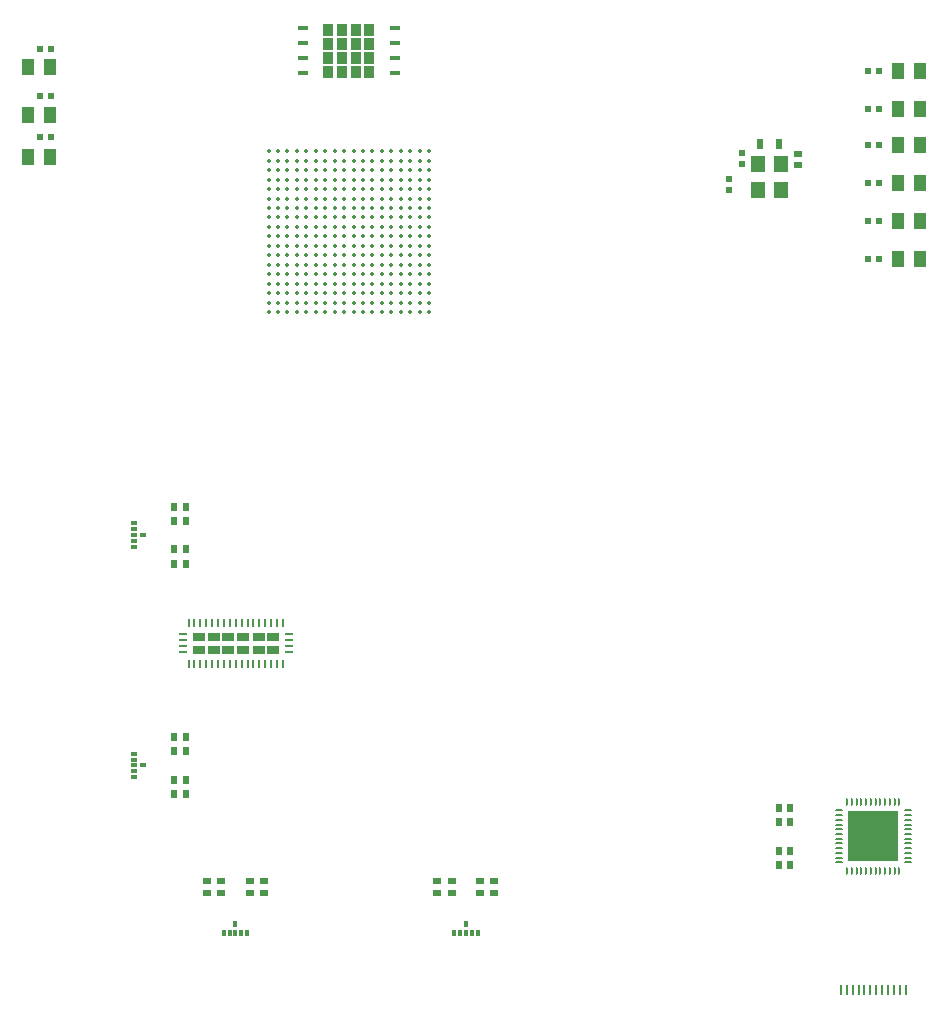
<source format=gtp>
G04 Layer_Color=8421504*
%FSLAX25Y25*%
%MOIN*%
G70*
G01*
G75*
%ADD10R,0.02520X0.02362*%
%ADD11R,0.02362X0.02520*%
%ADD12R,0.03937X0.05512*%
%ADD15R,0.01142X0.03543*%
%ADD16R,0.02284X0.03701*%
%ADD17R,0.02165X0.01968*%
%ADD18R,0.01968X0.02165*%
%ADD19R,0.04724X0.05512*%
%ADD20R,0.03543X0.01575*%
%ADD22C,0.01378*%
%ADD24R,0.02165X0.01575*%
%ADD25R,0.02165X0.01181*%
%ADD27R,0.01575X0.02165*%
%ADD28R,0.01181X0.02165*%
G04:AMPARAMS|DCode=32|XSize=7.87mil|YSize=25.59mil|CornerRadius=1.97mil|HoleSize=0mil|Usage=FLASHONLY|Rotation=90.000|XOffset=0mil|YOffset=0mil|HoleType=Round|Shape=RoundedRectangle|*
%AMROUNDEDRECTD32*
21,1,0.00787,0.02165,0,0,90.0*
21,1,0.00394,0.02559,0,0,90.0*
1,1,0.00394,0.01083,0.00197*
1,1,0.00394,0.01083,-0.00197*
1,1,0.00394,-0.01083,-0.00197*
1,1,0.00394,-0.01083,0.00197*
%
%ADD32ROUNDEDRECTD32*%
G04:AMPARAMS|DCode=33|XSize=7.87mil|YSize=25.59mil|CornerRadius=1.97mil|HoleSize=0mil|Usage=FLASHONLY|Rotation=0.000|XOffset=0mil|YOffset=0mil|HoleType=Round|Shape=RoundedRectangle|*
%AMROUNDEDRECTD33*
21,1,0.00787,0.02165,0,0,0.0*
21,1,0.00394,0.02559,0,0,0.0*
1,1,0.00394,0.00197,-0.01083*
1,1,0.00394,-0.00197,-0.01083*
1,1,0.00394,-0.00197,0.01083*
1,1,0.00394,0.00197,0.01083*
%
%ADD33ROUNDEDRECTD33*%
G04:AMPARAMS|DCode=34|XSize=169.29mil|YSize=169.29mil|CornerRadius=1.69mil|HoleSize=0mil|Usage=FLASHONLY|Rotation=0.000|XOffset=0mil|YOffset=0mil|HoleType=Round|Shape=RoundedRectangle|*
%AMROUNDEDRECTD34*
21,1,0.16929,0.16590,0,0,0.0*
21,1,0.16590,0.16929,0,0,0.0*
1,1,0.00339,0.08295,-0.08295*
1,1,0.00339,-0.08295,-0.08295*
1,1,0.00339,-0.08295,0.08295*
1,1,0.00339,0.08295,0.08295*
%
%ADD34ROUNDEDRECTD34*%
%ADD96R,0.03780X0.03937*%
%ADD97R,0.03937X0.03051*%
%ADD98R,0.03937X0.03051*%
%ADD99O,0.03150X0.00984*%
%ADD100O,0.00984X0.03150*%
D10*
X474803Y613307D02*
D03*
Y609528D02*
D03*
X296850Y367008D02*
D03*
Y370787D02*
D03*
X292126Y367008D02*
D03*
Y370787D02*
D03*
X282677Y367008D02*
D03*
Y370787D02*
D03*
X277953Y367008D02*
D03*
Y370787D02*
D03*
X373622Y367008D02*
D03*
Y370787D02*
D03*
X368898Y367008D02*
D03*
Y370787D02*
D03*
X359449Y367008D02*
D03*
Y370787D02*
D03*
X354724Y367008D02*
D03*
Y370787D02*
D03*
D11*
X267008Y476772D02*
D03*
X270787D02*
D03*
X267008Y481496D02*
D03*
X270787D02*
D03*
X267008Y490945D02*
D03*
X270787D02*
D03*
X267008Y495669D02*
D03*
X270787D02*
D03*
X267008Y400000D02*
D03*
X270787D02*
D03*
X267008Y404724D02*
D03*
X270787D02*
D03*
X267008Y414173D02*
D03*
X270787D02*
D03*
X267008Y418898D02*
D03*
X270787D02*
D03*
X468583Y395276D02*
D03*
X472362D02*
D03*
X468583Y390551D02*
D03*
X472362D02*
D03*
X468583Y376378D02*
D03*
X472362D02*
D03*
X468583Y381102D02*
D03*
X472362D02*
D03*
D12*
X225689Y642126D02*
D03*
X218406D02*
D03*
X225689Y612205D02*
D03*
X218406D02*
D03*
X225689Y626378D02*
D03*
X218406D02*
D03*
X508169Y590945D02*
D03*
X515453D02*
D03*
X508169Y628346D02*
D03*
X515453D02*
D03*
X508169Y603543D02*
D03*
X515453D02*
D03*
X508169Y640945D02*
D03*
X515453D02*
D03*
X508169Y578346D02*
D03*
X515453D02*
D03*
X508169Y616142D02*
D03*
X515453D02*
D03*
D15*
X489173Y334488D02*
D03*
X491142D02*
D03*
X493110D02*
D03*
X495079D02*
D03*
X497047D02*
D03*
X499016D02*
D03*
X500984D02*
D03*
X502953D02*
D03*
X504921D02*
D03*
X506890D02*
D03*
X508858D02*
D03*
X510827D02*
D03*
D16*
X462244Y616535D02*
D03*
X468465D02*
D03*
D17*
X456299Y609941D02*
D03*
Y613681D02*
D03*
X451968Y601279D02*
D03*
Y605020D02*
D03*
D18*
X222146Y648425D02*
D03*
X225886D02*
D03*
X222146Y618898D02*
D03*
X225886D02*
D03*
X222146Y632677D02*
D03*
X225886D02*
D03*
X498130Y590945D02*
D03*
X501870D02*
D03*
X498130Y628346D02*
D03*
X501870D02*
D03*
X498130Y603543D02*
D03*
X501870D02*
D03*
X498130Y640945D02*
D03*
X501870D02*
D03*
X498130Y578346D02*
D03*
X501870D02*
D03*
X498130Y616142D02*
D03*
X501870D02*
D03*
D19*
X461614Y601181D02*
D03*
Y609842D02*
D03*
X469095Y601181D02*
D03*
Y609842D02*
D03*
D20*
X309882Y655138D02*
D03*
Y650138D02*
D03*
Y645138D02*
D03*
Y640138D02*
D03*
X340512Y655138D02*
D03*
Y650138D02*
D03*
Y645138D02*
D03*
Y640138D02*
D03*
D22*
X351969Y614173D02*
D03*
Y611024D02*
D03*
Y607874D02*
D03*
Y604725D02*
D03*
Y601575D02*
D03*
Y598425D02*
D03*
Y595276D02*
D03*
Y592126D02*
D03*
Y588976D02*
D03*
Y585827D02*
D03*
Y582677D02*
D03*
Y579528D02*
D03*
Y576378D02*
D03*
Y573228D02*
D03*
Y570079D02*
D03*
Y566929D02*
D03*
Y563780D02*
D03*
Y560630D02*
D03*
X348819Y614173D02*
D03*
Y611024D02*
D03*
Y607874D02*
D03*
Y604725D02*
D03*
Y601575D02*
D03*
Y598425D02*
D03*
Y595276D02*
D03*
Y592126D02*
D03*
Y588976D02*
D03*
Y585827D02*
D03*
Y582677D02*
D03*
Y579528D02*
D03*
Y576378D02*
D03*
Y573228D02*
D03*
Y570079D02*
D03*
Y566929D02*
D03*
Y563780D02*
D03*
Y560630D02*
D03*
X345669Y614173D02*
D03*
Y611024D02*
D03*
Y607874D02*
D03*
Y604725D02*
D03*
Y601575D02*
D03*
Y598425D02*
D03*
Y595276D02*
D03*
Y592126D02*
D03*
Y588976D02*
D03*
Y585827D02*
D03*
Y582677D02*
D03*
Y579528D02*
D03*
Y576378D02*
D03*
Y573228D02*
D03*
Y570079D02*
D03*
Y566929D02*
D03*
Y563780D02*
D03*
Y560630D02*
D03*
X342520Y614173D02*
D03*
Y611024D02*
D03*
Y607874D02*
D03*
Y604725D02*
D03*
Y601575D02*
D03*
Y598425D02*
D03*
Y595276D02*
D03*
Y592126D02*
D03*
Y588976D02*
D03*
Y585827D02*
D03*
Y582677D02*
D03*
Y579528D02*
D03*
Y576378D02*
D03*
Y573228D02*
D03*
Y570079D02*
D03*
Y566929D02*
D03*
Y563780D02*
D03*
Y560630D02*
D03*
X339370Y614173D02*
D03*
Y611024D02*
D03*
Y607874D02*
D03*
Y604725D02*
D03*
Y601575D02*
D03*
Y598425D02*
D03*
Y595276D02*
D03*
Y592126D02*
D03*
Y588976D02*
D03*
Y585827D02*
D03*
Y582677D02*
D03*
Y579528D02*
D03*
Y576378D02*
D03*
Y573228D02*
D03*
Y570079D02*
D03*
Y566929D02*
D03*
Y563780D02*
D03*
Y560630D02*
D03*
X336221Y614173D02*
D03*
Y611024D02*
D03*
Y607874D02*
D03*
Y604725D02*
D03*
Y601575D02*
D03*
Y598425D02*
D03*
Y595276D02*
D03*
Y592126D02*
D03*
Y588976D02*
D03*
Y585827D02*
D03*
Y582677D02*
D03*
Y579528D02*
D03*
Y576378D02*
D03*
Y573228D02*
D03*
Y570079D02*
D03*
Y566929D02*
D03*
Y563780D02*
D03*
Y560630D02*
D03*
X333071Y614173D02*
D03*
Y611024D02*
D03*
Y607874D02*
D03*
Y604725D02*
D03*
Y601575D02*
D03*
Y598425D02*
D03*
Y595276D02*
D03*
Y592126D02*
D03*
Y588976D02*
D03*
Y585827D02*
D03*
Y582677D02*
D03*
Y579528D02*
D03*
Y576378D02*
D03*
Y573228D02*
D03*
Y570079D02*
D03*
Y566929D02*
D03*
Y563780D02*
D03*
Y560630D02*
D03*
X329921Y614173D02*
D03*
Y611024D02*
D03*
Y607874D02*
D03*
Y604725D02*
D03*
Y601575D02*
D03*
Y598425D02*
D03*
Y595276D02*
D03*
Y592126D02*
D03*
Y588976D02*
D03*
Y585827D02*
D03*
Y582677D02*
D03*
Y579528D02*
D03*
Y576378D02*
D03*
Y573228D02*
D03*
Y570079D02*
D03*
Y566929D02*
D03*
Y563780D02*
D03*
Y560630D02*
D03*
X326772Y614173D02*
D03*
Y611024D02*
D03*
Y607874D02*
D03*
Y604725D02*
D03*
Y601575D02*
D03*
Y598425D02*
D03*
Y595276D02*
D03*
Y592126D02*
D03*
Y588976D02*
D03*
Y585827D02*
D03*
Y582677D02*
D03*
Y579528D02*
D03*
Y576378D02*
D03*
Y573228D02*
D03*
Y570079D02*
D03*
Y566929D02*
D03*
Y563780D02*
D03*
Y560630D02*
D03*
X323622Y614173D02*
D03*
Y611024D02*
D03*
Y607874D02*
D03*
Y604725D02*
D03*
Y601575D02*
D03*
Y598425D02*
D03*
Y595276D02*
D03*
Y592126D02*
D03*
Y588976D02*
D03*
Y585827D02*
D03*
Y582677D02*
D03*
Y579528D02*
D03*
Y576378D02*
D03*
Y573228D02*
D03*
Y570079D02*
D03*
Y566929D02*
D03*
Y563780D02*
D03*
Y560630D02*
D03*
X320472Y614173D02*
D03*
Y611024D02*
D03*
Y607874D02*
D03*
Y604725D02*
D03*
Y601575D02*
D03*
Y598425D02*
D03*
Y595276D02*
D03*
Y592126D02*
D03*
Y588976D02*
D03*
Y585827D02*
D03*
Y582677D02*
D03*
Y579528D02*
D03*
Y576378D02*
D03*
Y573228D02*
D03*
Y570079D02*
D03*
Y566929D02*
D03*
Y563780D02*
D03*
Y560630D02*
D03*
X317323Y614173D02*
D03*
Y611024D02*
D03*
Y607874D02*
D03*
Y604725D02*
D03*
Y601575D02*
D03*
Y598425D02*
D03*
Y595276D02*
D03*
Y592126D02*
D03*
Y588976D02*
D03*
Y585827D02*
D03*
Y582677D02*
D03*
Y579528D02*
D03*
Y576378D02*
D03*
Y573228D02*
D03*
Y570079D02*
D03*
Y566929D02*
D03*
Y563780D02*
D03*
Y560630D02*
D03*
X314173Y614173D02*
D03*
Y611024D02*
D03*
Y607874D02*
D03*
Y604725D02*
D03*
Y601575D02*
D03*
Y598425D02*
D03*
Y595276D02*
D03*
Y592126D02*
D03*
Y588976D02*
D03*
Y585827D02*
D03*
Y582677D02*
D03*
Y579528D02*
D03*
Y576378D02*
D03*
Y573228D02*
D03*
Y570079D02*
D03*
Y566929D02*
D03*
Y563780D02*
D03*
Y560630D02*
D03*
X311024Y614173D02*
D03*
Y611024D02*
D03*
Y607874D02*
D03*
Y604725D02*
D03*
Y601575D02*
D03*
Y598425D02*
D03*
Y595276D02*
D03*
Y592126D02*
D03*
Y588976D02*
D03*
Y585827D02*
D03*
Y582677D02*
D03*
Y579528D02*
D03*
Y576378D02*
D03*
Y573228D02*
D03*
Y570079D02*
D03*
Y566929D02*
D03*
Y563780D02*
D03*
Y560630D02*
D03*
X307874Y614173D02*
D03*
Y611024D02*
D03*
Y607874D02*
D03*
Y604725D02*
D03*
Y601575D02*
D03*
Y598425D02*
D03*
Y595276D02*
D03*
Y592126D02*
D03*
Y588976D02*
D03*
Y585827D02*
D03*
Y582677D02*
D03*
Y579528D02*
D03*
Y576378D02*
D03*
Y573228D02*
D03*
Y570079D02*
D03*
Y566929D02*
D03*
Y563780D02*
D03*
Y560630D02*
D03*
X304724Y614173D02*
D03*
Y611024D02*
D03*
Y607874D02*
D03*
Y604725D02*
D03*
Y601575D02*
D03*
Y598425D02*
D03*
Y595276D02*
D03*
Y592126D02*
D03*
Y588976D02*
D03*
Y585827D02*
D03*
Y582677D02*
D03*
Y579528D02*
D03*
Y576378D02*
D03*
Y573228D02*
D03*
Y570079D02*
D03*
Y566929D02*
D03*
Y563780D02*
D03*
Y560630D02*
D03*
X301575Y614173D02*
D03*
Y611024D02*
D03*
Y607874D02*
D03*
Y604725D02*
D03*
Y601575D02*
D03*
Y598425D02*
D03*
Y595276D02*
D03*
Y592126D02*
D03*
Y588976D02*
D03*
Y585827D02*
D03*
Y582677D02*
D03*
Y579528D02*
D03*
Y576378D02*
D03*
Y573228D02*
D03*
Y570079D02*
D03*
Y566929D02*
D03*
Y563780D02*
D03*
Y560630D02*
D03*
X298425Y614173D02*
D03*
Y611024D02*
D03*
Y607874D02*
D03*
Y604725D02*
D03*
Y601575D02*
D03*
Y598425D02*
D03*
Y595276D02*
D03*
Y592126D02*
D03*
Y588976D02*
D03*
Y585827D02*
D03*
Y582677D02*
D03*
Y579528D02*
D03*
Y576378D02*
D03*
Y573228D02*
D03*
Y570079D02*
D03*
Y566929D02*
D03*
Y563780D02*
D03*
Y560630D02*
D03*
D24*
X256634Y486221D02*
D03*
X253602D02*
D03*
X256634Y409449D02*
D03*
X253602D02*
D03*
D25*
Y482283D02*
D03*
Y484252D02*
D03*
Y488189D02*
D03*
Y490158D02*
D03*
Y405512D02*
D03*
Y407480D02*
D03*
Y411417D02*
D03*
Y413386D02*
D03*
D27*
X287402Y356634D02*
D03*
Y353602D02*
D03*
X364173Y356634D02*
D03*
Y353602D02*
D03*
D28*
X291339D02*
D03*
X289370D02*
D03*
X285433D02*
D03*
X283465D02*
D03*
X368110D02*
D03*
X366142D02*
D03*
X362205D02*
D03*
X360236D02*
D03*
D32*
X488583Y394488D02*
D03*
Y392913D02*
D03*
Y391339D02*
D03*
Y389764D02*
D03*
Y388189D02*
D03*
Y386614D02*
D03*
Y385039D02*
D03*
Y383465D02*
D03*
Y381890D02*
D03*
Y380315D02*
D03*
Y378740D02*
D03*
Y377165D02*
D03*
X511417D02*
D03*
Y378740D02*
D03*
Y380315D02*
D03*
Y381890D02*
D03*
Y383465D02*
D03*
Y385039D02*
D03*
Y386614D02*
D03*
Y388189D02*
D03*
Y389764D02*
D03*
Y391339D02*
D03*
Y392913D02*
D03*
Y394488D02*
D03*
D33*
X491339Y374409D02*
D03*
X492913D02*
D03*
X494488D02*
D03*
X496063D02*
D03*
X497638D02*
D03*
X499213D02*
D03*
X500787D02*
D03*
X502362D02*
D03*
X503937D02*
D03*
X505512D02*
D03*
X507087D02*
D03*
X508661D02*
D03*
Y397244D02*
D03*
X507087D02*
D03*
X505512D02*
D03*
X503937D02*
D03*
X502362D02*
D03*
X500787D02*
D03*
X499213D02*
D03*
X497638D02*
D03*
X496063D02*
D03*
X494488D02*
D03*
X492913D02*
D03*
X491339D02*
D03*
D34*
X500000Y385827D02*
D03*
D96*
X318347Y654724D02*
D03*
Y650000D02*
D03*
Y645276D02*
D03*
Y640551D02*
D03*
X322913Y654724D02*
D03*
Y650000D02*
D03*
Y645276D02*
D03*
Y640551D02*
D03*
X327480Y654724D02*
D03*
Y650000D02*
D03*
Y645276D02*
D03*
Y640551D02*
D03*
X332047Y654724D02*
D03*
Y650000D02*
D03*
Y645276D02*
D03*
Y640551D02*
D03*
D97*
X300000Y448081D02*
D03*
X300000Y452314D02*
D03*
X295079Y452314D02*
D03*
X275197Y448081D02*
D03*
X275197Y452314D02*
D03*
X280118Y448081D02*
D03*
X280118Y452314D02*
D03*
X285040Y448081D02*
D03*
X285039Y452314D02*
D03*
X289961Y452314D02*
D03*
X289961Y448081D02*
D03*
D98*
X295079Y448081D02*
D03*
D99*
X305118Y453150D02*
D03*
Y451182D02*
D03*
Y449213D02*
D03*
Y447245D02*
D03*
X269882D02*
D03*
Y449213D02*
D03*
Y451182D02*
D03*
Y453150D02*
D03*
D100*
X303248Y443406D02*
D03*
X301280D02*
D03*
X299311D02*
D03*
X297343D02*
D03*
X295374D02*
D03*
X293406D02*
D03*
X291437D02*
D03*
X289469D02*
D03*
X287500D02*
D03*
X285532D02*
D03*
X283563D02*
D03*
X281595D02*
D03*
X279626D02*
D03*
X277658D02*
D03*
X275689D02*
D03*
X273721D02*
D03*
X271752D02*
D03*
Y456989D02*
D03*
X273721D02*
D03*
X275689D02*
D03*
X277658D02*
D03*
X279626D02*
D03*
X281595D02*
D03*
X283563D02*
D03*
X285532D02*
D03*
X287500D02*
D03*
X289469D02*
D03*
X291437D02*
D03*
X293406D02*
D03*
X295374D02*
D03*
X297343D02*
D03*
X299311D02*
D03*
X301280D02*
D03*
X303248D02*
D03*
M02*

</source>
